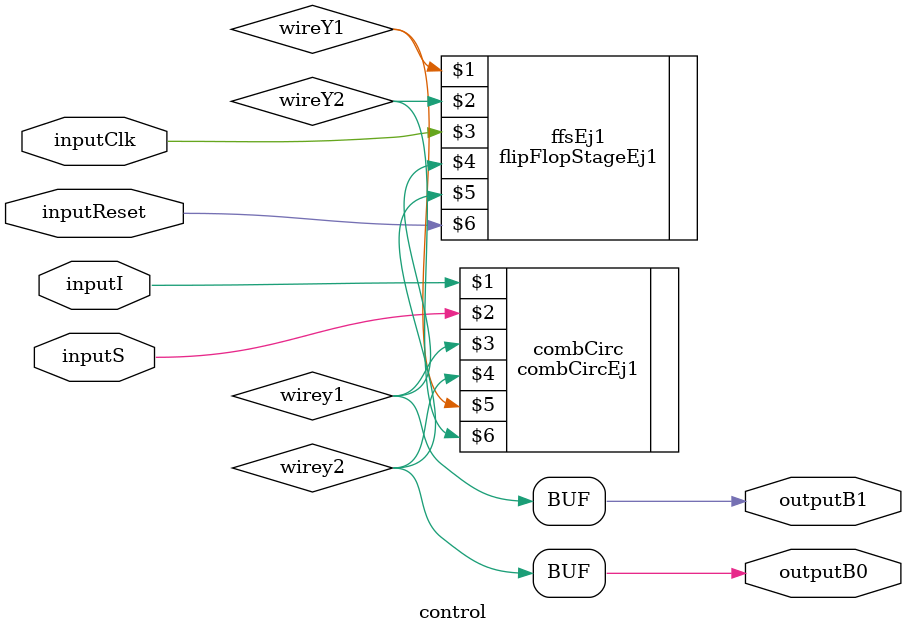
<source format=v>

module control(
    inputI,
    inputS,
    inputClk,
    inputReset,
    outputB0,
    outputB1
);

    input inputI;
    input inputS;
    input inputClk;
    input inputReset;
    output outputB0;
    output outputB1;
    wire wirey1;
    wire wirey2;
    wire wireY1;
    wire wireY2;


    combCircEj1 combCirc(inputI,inputS,wirey1,wirey2,wireY1,wireY2);

    flipFlopStageEj1 ffsEj1(wireY1,wireY2,inputClk,wirey1,wirey2,inputReset);

    assign outputB0 = wirey2;
    assign outputB1 = wirey1;

endmodule

</source>
